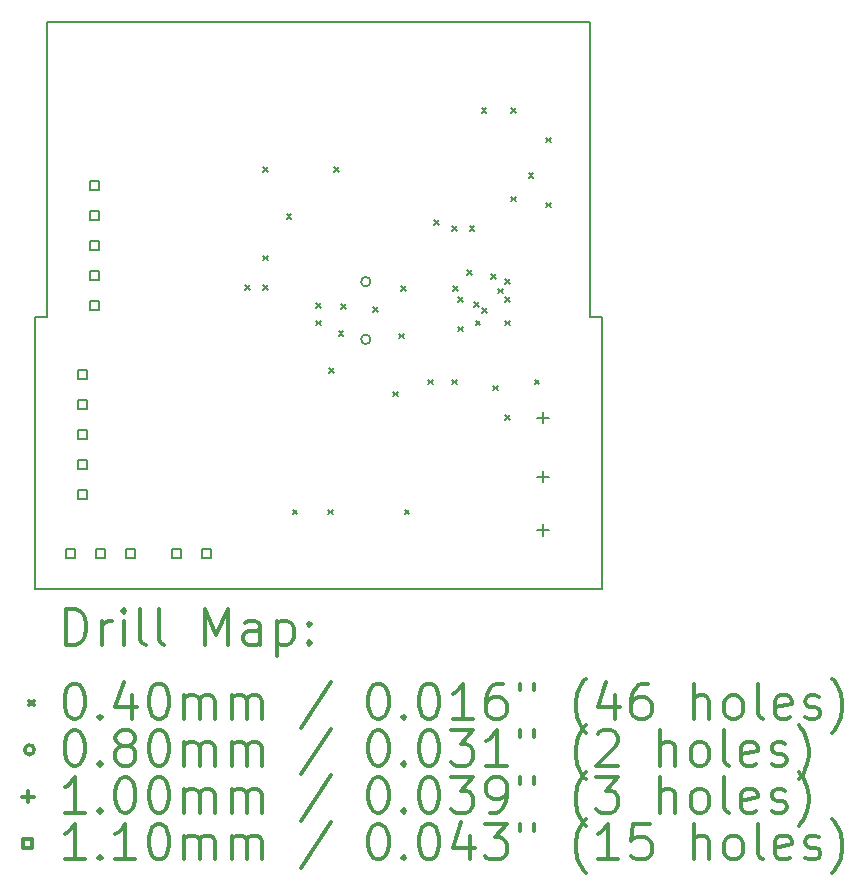
<source format=gbr>
%FSLAX45Y45*%
G04 Gerber Fmt 4.5, Leading zero omitted, Abs format (unit mm)*
G04 Created by KiCad (PCBNEW 4.0.2-stable) date 2/24/2017 09:05:41*
%MOMM*%
G01*
G04 APERTURE LIST*
%ADD10C,0.127000*%
%ADD11C,0.150000*%
%ADD12C,0.200000*%
%ADD13C,0.300000*%
G04 APERTURE END LIST*
D10*
D11*
X23900000Y-2500000D02*
X19300000Y-2500000D01*
X24000000Y-5000000D02*
X24000000Y-7300000D01*
X23900000Y-5000000D02*
X23900000Y-2500000D01*
X24000000Y-5000000D02*
X23900000Y-5000000D01*
X19300000Y-2500000D02*
X19400000Y-2500000D01*
X19300000Y-5000000D02*
X19300000Y-2500000D01*
X19200000Y-5000000D02*
X19300000Y-5000000D01*
X19200000Y-6000000D02*
X19200000Y-5000000D01*
X19200000Y-7300000D02*
X19200000Y-6000000D01*
X19200000Y-7300000D02*
X24000000Y-7300000D01*
D12*
X20980000Y-4730000D02*
X21020000Y-4770000D01*
X21020000Y-4730000D02*
X20980000Y-4770000D01*
X21130000Y-3730000D02*
X21170000Y-3770000D01*
X21170000Y-3730000D02*
X21130000Y-3770000D01*
X21130000Y-4480000D02*
X21170000Y-4520000D01*
X21170000Y-4480000D02*
X21130000Y-4520000D01*
X21130000Y-4730000D02*
X21170000Y-4770000D01*
X21170000Y-4730000D02*
X21130000Y-4770000D01*
X21330000Y-4130000D02*
X21370000Y-4170000D01*
X21370000Y-4130000D02*
X21330000Y-4170000D01*
X21380000Y-6630000D02*
X21420000Y-6670000D01*
X21420000Y-6630000D02*
X21380000Y-6670000D01*
X21580000Y-4880000D02*
X21620000Y-4920000D01*
X21620000Y-4880000D02*
X21580000Y-4920000D01*
X21580000Y-5030000D02*
X21620000Y-5070000D01*
X21620000Y-5030000D02*
X21580000Y-5070000D01*
X21680000Y-6630000D02*
X21720000Y-6670000D01*
X21720000Y-6630000D02*
X21680000Y-6670000D01*
X21690000Y-5430000D02*
X21730000Y-5470000D01*
X21730000Y-5430000D02*
X21690000Y-5470000D01*
X21730000Y-3730000D02*
X21770000Y-3770000D01*
X21770000Y-3730000D02*
X21730000Y-3770000D01*
X21770000Y-5120000D02*
X21810000Y-5160000D01*
X21810000Y-5120000D02*
X21770000Y-5160000D01*
X21770000Y-5120000D02*
X21810000Y-5160000D01*
X21810000Y-5120000D02*
X21770000Y-5160000D01*
X21790000Y-4890000D02*
X21830000Y-4930000D01*
X21830000Y-4890000D02*
X21790000Y-4930000D01*
X21790000Y-4890000D02*
X21830000Y-4930000D01*
X21830000Y-4890000D02*
X21790000Y-4930000D01*
X22064499Y-4914499D02*
X22104499Y-4954499D01*
X22104499Y-4914499D02*
X22064499Y-4954499D01*
X22230000Y-5630000D02*
X22270000Y-5670000D01*
X22270000Y-5630000D02*
X22230000Y-5670000D01*
X22280000Y-5140000D02*
X22320000Y-5180000D01*
X22320000Y-5140000D02*
X22280000Y-5180000D01*
X22300000Y-4740000D02*
X22340000Y-4780000D01*
X22340000Y-4740000D02*
X22300000Y-4780000D01*
X22330000Y-6630000D02*
X22370000Y-6670000D01*
X22370000Y-6630000D02*
X22330000Y-6670000D01*
X22530000Y-5530000D02*
X22570000Y-5570000D01*
X22570000Y-5530000D02*
X22530000Y-5570000D01*
X22580000Y-4180000D02*
X22620000Y-4220000D01*
X22620000Y-4180000D02*
X22580000Y-4220000D01*
X22730000Y-4230000D02*
X22770000Y-4270000D01*
X22770000Y-4230000D02*
X22730000Y-4270000D01*
X22730000Y-5530000D02*
X22770000Y-5570000D01*
X22770000Y-5530000D02*
X22730000Y-5570000D01*
X22740000Y-4740000D02*
X22780000Y-4780000D01*
X22780000Y-4740000D02*
X22740000Y-4780000D01*
X22780000Y-5080000D02*
X22820000Y-5120000D01*
X22820000Y-5080000D02*
X22780000Y-5120000D01*
X22781059Y-4829123D02*
X22821059Y-4869123D01*
X22821059Y-4829123D02*
X22781059Y-4869123D01*
X22860000Y-4600000D02*
X22900000Y-4640000D01*
X22900000Y-4600000D02*
X22860000Y-4640000D01*
X22880000Y-4230000D02*
X22920000Y-4270000D01*
X22920000Y-4230000D02*
X22880000Y-4270000D01*
X22918731Y-4875003D02*
X22958731Y-4915003D01*
X22958731Y-4875003D02*
X22918731Y-4915003D01*
X22930000Y-5030000D02*
X22970000Y-5070000D01*
X22970000Y-5030000D02*
X22930000Y-5070000D01*
X22980000Y-3230000D02*
X23020000Y-3270000D01*
X23020000Y-3230000D02*
X22980000Y-3270000D01*
X22983167Y-4922418D02*
X23023167Y-4962418D01*
X23023167Y-4922418D02*
X22983167Y-4962418D01*
X23063901Y-4633902D02*
X23103901Y-4673902D01*
X23103901Y-4633902D02*
X23063901Y-4673902D01*
X23080000Y-5580000D02*
X23120000Y-5620000D01*
X23120000Y-5580000D02*
X23080000Y-5620000D01*
X23120000Y-4760000D02*
X23160000Y-4800000D01*
X23160000Y-4760000D02*
X23120000Y-4800000D01*
X23179998Y-4830002D02*
X23219998Y-4870002D01*
X23219998Y-4830002D02*
X23179998Y-4870002D01*
X23180000Y-4680000D02*
X23220000Y-4720000D01*
X23220000Y-4680000D02*
X23180000Y-4720000D01*
X23180000Y-5030000D02*
X23220000Y-5070000D01*
X23220000Y-5030000D02*
X23180000Y-5070000D01*
X23180000Y-5830000D02*
X23220000Y-5870000D01*
X23220000Y-5830000D02*
X23180000Y-5870000D01*
X23230000Y-3230000D02*
X23270000Y-3270000D01*
X23270000Y-3230000D02*
X23230000Y-3270000D01*
X23230000Y-3980000D02*
X23270000Y-4020000D01*
X23270000Y-3980000D02*
X23230000Y-4020000D01*
X23380000Y-3780000D02*
X23420000Y-3820000D01*
X23420000Y-3780000D02*
X23380000Y-3820000D01*
X23430000Y-5530000D02*
X23470000Y-5570000D01*
X23470000Y-5530000D02*
X23430000Y-5570000D01*
X23530000Y-3480000D02*
X23570000Y-3520000D01*
X23570000Y-3480000D02*
X23530000Y-3520000D01*
X23530000Y-4030000D02*
X23570000Y-4070000D01*
X23570000Y-4030000D02*
X23530000Y-4070000D01*
X22040000Y-4700000D02*
G75*
G03X22040000Y-4700000I-40000J0D01*
G01*
X22040000Y-5188000D02*
G75*
G03X22040000Y-5188000I-40000J0D01*
G01*
X23500000Y-5799962D02*
X23500000Y-5900038D01*
X23449962Y-5850000D02*
X23550038Y-5850000D01*
X23500000Y-6299962D02*
X23500000Y-6400038D01*
X23449962Y-6350000D02*
X23550038Y-6350000D01*
X23500000Y-6749962D02*
X23500000Y-6850038D01*
X23449962Y-6800000D02*
X23550038Y-6800000D01*
X19538795Y-7038795D02*
X19538795Y-6961205D01*
X19461205Y-6961205D01*
X19461205Y-7038795D01*
X19538795Y-7038795D01*
X19638795Y-5522795D02*
X19638795Y-5445205D01*
X19561205Y-5445205D01*
X19561205Y-5522795D01*
X19638795Y-5522795D01*
X19638795Y-5776795D02*
X19638795Y-5699205D01*
X19561205Y-5699205D01*
X19561205Y-5776795D01*
X19638795Y-5776795D01*
X19638795Y-6030795D02*
X19638795Y-5953205D01*
X19561205Y-5953205D01*
X19561205Y-6030795D01*
X19638795Y-6030795D01*
X19638795Y-6284795D02*
X19638795Y-6207205D01*
X19561205Y-6207205D01*
X19561205Y-6284795D01*
X19638795Y-6284795D01*
X19638795Y-6538795D02*
X19638795Y-6461205D01*
X19561205Y-6461205D01*
X19561205Y-6538795D01*
X19638795Y-6538795D01*
X19738795Y-3922795D02*
X19738795Y-3845205D01*
X19661205Y-3845205D01*
X19661205Y-3922795D01*
X19738795Y-3922795D01*
X19738795Y-4176795D02*
X19738795Y-4099205D01*
X19661205Y-4099205D01*
X19661205Y-4176795D01*
X19738795Y-4176795D01*
X19738795Y-4430795D02*
X19738795Y-4353205D01*
X19661205Y-4353205D01*
X19661205Y-4430795D01*
X19738795Y-4430795D01*
X19738795Y-4684795D02*
X19738795Y-4607205D01*
X19661205Y-4607205D01*
X19661205Y-4684795D01*
X19738795Y-4684795D01*
X19738795Y-4938795D02*
X19738795Y-4861205D01*
X19661205Y-4861205D01*
X19661205Y-4938795D01*
X19738795Y-4938795D01*
X19792795Y-7038795D02*
X19792795Y-6961205D01*
X19715205Y-6961205D01*
X19715205Y-7038795D01*
X19792795Y-7038795D01*
X20046795Y-7038795D02*
X20046795Y-6961205D01*
X19969205Y-6961205D01*
X19969205Y-7038795D01*
X20046795Y-7038795D01*
X20438795Y-7038795D02*
X20438795Y-6961205D01*
X20361205Y-6961205D01*
X20361205Y-7038795D01*
X20438795Y-7038795D01*
X20692795Y-7038795D02*
X20692795Y-6961205D01*
X20615205Y-6961205D01*
X20615205Y-7038795D01*
X20692795Y-7038795D01*
D13*
X19463929Y-7773214D02*
X19463929Y-7473214D01*
X19535357Y-7473214D01*
X19578214Y-7487500D01*
X19606786Y-7516071D01*
X19621071Y-7544643D01*
X19635357Y-7601786D01*
X19635357Y-7644643D01*
X19621071Y-7701786D01*
X19606786Y-7730357D01*
X19578214Y-7758929D01*
X19535357Y-7773214D01*
X19463929Y-7773214D01*
X19763929Y-7773214D02*
X19763929Y-7573214D01*
X19763929Y-7630357D02*
X19778214Y-7601786D01*
X19792500Y-7587500D01*
X19821071Y-7573214D01*
X19849643Y-7573214D01*
X19949643Y-7773214D02*
X19949643Y-7573214D01*
X19949643Y-7473214D02*
X19935357Y-7487500D01*
X19949643Y-7501786D01*
X19963929Y-7487500D01*
X19949643Y-7473214D01*
X19949643Y-7501786D01*
X20135357Y-7773214D02*
X20106786Y-7758929D01*
X20092500Y-7730357D01*
X20092500Y-7473214D01*
X20292500Y-7773214D02*
X20263929Y-7758929D01*
X20249643Y-7730357D01*
X20249643Y-7473214D01*
X20635357Y-7773214D02*
X20635357Y-7473214D01*
X20735357Y-7687500D01*
X20835357Y-7473214D01*
X20835357Y-7773214D01*
X21106786Y-7773214D02*
X21106786Y-7616071D01*
X21092500Y-7587500D01*
X21063929Y-7573214D01*
X21006786Y-7573214D01*
X20978214Y-7587500D01*
X21106786Y-7758929D02*
X21078214Y-7773214D01*
X21006786Y-7773214D01*
X20978214Y-7758929D01*
X20963929Y-7730357D01*
X20963929Y-7701786D01*
X20978214Y-7673214D01*
X21006786Y-7658929D01*
X21078214Y-7658929D01*
X21106786Y-7644643D01*
X21249643Y-7573214D02*
X21249643Y-7873214D01*
X21249643Y-7587500D02*
X21278214Y-7573214D01*
X21335357Y-7573214D01*
X21363929Y-7587500D01*
X21378214Y-7601786D01*
X21392500Y-7630357D01*
X21392500Y-7716071D01*
X21378214Y-7744643D01*
X21363929Y-7758929D01*
X21335357Y-7773214D01*
X21278214Y-7773214D01*
X21249643Y-7758929D01*
X21521071Y-7744643D02*
X21535357Y-7758929D01*
X21521071Y-7773214D01*
X21506786Y-7758929D01*
X21521071Y-7744643D01*
X21521071Y-7773214D01*
X21521071Y-7587500D02*
X21535357Y-7601786D01*
X21521071Y-7616071D01*
X21506786Y-7601786D01*
X21521071Y-7587500D01*
X21521071Y-7616071D01*
X19152500Y-8247500D02*
X19192500Y-8287500D01*
X19192500Y-8247500D02*
X19152500Y-8287500D01*
X19521071Y-8103214D02*
X19549643Y-8103214D01*
X19578214Y-8117500D01*
X19592500Y-8131786D01*
X19606786Y-8160357D01*
X19621071Y-8217500D01*
X19621071Y-8288929D01*
X19606786Y-8346071D01*
X19592500Y-8374643D01*
X19578214Y-8388929D01*
X19549643Y-8403214D01*
X19521071Y-8403214D01*
X19492500Y-8388929D01*
X19478214Y-8374643D01*
X19463929Y-8346071D01*
X19449643Y-8288929D01*
X19449643Y-8217500D01*
X19463929Y-8160357D01*
X19478214Y-8131786D01*
X19492500Y-8117500D01*
X19521071Y-8103214D01*
X19749643Y-8374643D02*
X19763929Y-8388929D01*
X19749643Y-8403214D01*
X19735357Y-8388929D01*
X19749643Y-8374643D01*
X19749643Y-8403214D01*
X20021071Y-8203214D02*
X20021071Y-8403214D01*
X19949643Y-8088929D02*
X19878214Y-8303214D01*
X20063928Y-8303214D01*
X20235357Y-8103214D02*
X20263929Y-8103214D01*
X20292500Y-8117500D01*
X20306786Y-8131786D01*
X20321071Y-8160357D01*
X20335357Y-8217500D01*
X20335357Y-8288929D01*
X20321071Y-8346071D01*
X20306786Y-8374643D01*
X20292500Y-8388929D01*
X20263929Y-8403214D01*
X20235357Y-8403214D01*
X20206786Y-8388929D01*
X20192500Y-8374643D01*
X20178214Y-8346071D01*
X20163929Y-8288929D01*
X20163929Y-8217500D01*
X20178214Y-8160357D01*
X20192500Y-8131786D01*
X20206786Y-8117500D01*
X20235357Y-8103214D01*
X20463929Y-8403214D02*
X20463929Y-8203214D01*
X20463929Y-8231786D02*
X20478214Y-8217500D01*
X20506786Y-8203214D01*
X20549643Y-8203214D01*
X20578214Y-8217500D01*
X20592500Y-8246071D01*
X20592500Y-8403214D01*
X20592500Y-8246071D02*
X20606786Y-8217500D01*
X20635357Y-8203214D01*
X20678214Y-8203214D01*
X20706786Y-8217500D01*
X20721071Y-8246071D01*
X20721071Y-8403214D01*
X20863929Y-8403214D02*
X20863929Y-8203214D01*
X20863929Y-8231786D02*
X20878214Y-8217500D01*
X20906786Y-8203214D01*
X20949643Y-8203214D01*
X20978214Y-8217500D01*
X20992500Y-8246071D01*
X20992500Y-8403214D01*
X20992500Y-8246071D02*
X21006786Y-8217500D01*
X21035357Y-8203214D01*
X21078214Y-8203214D01*
X21106786Y-8217500D01*
X21121071Y-8246071D01*
X21121071Y-8403214D01*
X21706786Y-8088929D02*
X21449643Y-8474643D01*
X22092500Y-8103214D02*
X22121071Y-8103214D01*
X22149643Y-8117500D01*
X22163928Y-8131786D01*
X22178214Y-8160357D01*
X22192500Y-8217500D01*
X22192500Y-8288929D01*
X22178214Y-8346071D01*
X22163928Y-8374643D01*
X22149643Y-8388929D01*
X22121071Y-8403214D01*
X22092500Y-8403214D01*
X22063928Y-8388929D01*
X22049643Y-8374643D01*
X22035357Y-8346071D01*
X22021071Y-8288929D01*
X22021071Y-8217500D01*
X22035357Y-8160357D01*
X22049643Y-8131786D01*
X22063928Y-8117500D01*
X22092500Y-8103214D01*
X22321071Y-8374643D02*
X22335357Y-8388929D01*
X22321071Y-8403214D01*
X22306786Y-8388929D01*
X22321071Y-8374643D01*
X22321071Y-8403214D01*
X22521071Y-8103214D02*
X22549643Y-8103214D01*
X22578214Y-8117500D01*
X22592500Y-8131786D01*
X22606785Y-8160357D01*
X22621071Y-8217500D01*
X22621071Y-8288929D01*
X22606785Y-8346071D01*
X22592500Y-8374643D01*
X22578214Y-8388929D01*
X22549643Y-8403214D01*
X22521071Y-8403214D01*
X22492500Y-8388929D01*
X22478214Y-8374643D01*
X22463928Y-8346071D01*
X22449643Y-8288929D01*
X22449643Y-8217500D01*
X22463928Y-8160357D01*
X22478214Y-8131786D01*
X22492500Y-8117500D01*
X22521071Y-8103214D01*
X22906785Y-8403214D02*
X22735357Y-8403214D01*
X22821071Y-8403214D02*
X22821071Y-8103214D01*
X22792500Y-8146071D01*
X22763928Y-8174643D01*
X22735357Y-8188929D01*
X23163928Y-8103214D02*
X23106785Y-8103214D01*
X23078214Y-8117500D01*
X23063928Y-8131786D01*
X23035357Y-8174643D01*
X23021071Y-8231786D01*
X23021071Y-8346071D01*
X23035357Y-8374643D01*
X23049643Y-8388929D01*
X23078214Y-8403214D01*
X23135357Y-8403214D01*
X23163928Y-8388929D01*
X23178214Y-8374643D01*
X23192500Y-8346071D01*
X23192500Y-8274643D01*
X23178214Y-8246071D01*
X23163928Y-8231786D01*
X23135357Y-8217500D01*
X23078214Y-8217500D01*
X23049643Y-8231786D01*
X23035357Y-8246071D01*
X23021071Y-8274643D01*
X23306786Y-8103214D02*
X23306786Y-8160357D01*
X23421071Y-8103214D02*
X23421071Y-8160357D01*
X23863928Y-8517500D02*
X23849643Y-8503214D01*
X23821071Y-8460357D01*
X23806785Y-8431786D01*
X23792500Y-8388929D01*
X23778214Y-8317500D01*
X23778214Y-8260357D01*
X23792500Y-8188929D01*
X23806785Y-8146071D01*
X23821071Y-8117500D01*
X23849643Y-8074643D01*
X23863928Y-8060357D01*
X24106785Y-8203214D02*
X24106785Y-8403214D01*
X24035357Y-8088929D02*
X23963928Y-8303214D01*
X24149643Y-8303214D01*
X24392500Y-8103214D02*
X24335357Y-8103214D01*
X24306785Y-8117500D01*
X24292500Y-8131786D01*
X24263928Y-8174643D01*
X24249643Y-8231786D01*
X24249643Y-8346071D01*
X24263928Y-8374643D01*
X24278214Y-8388929D01*
X24306785Y-8403214D01*
X24363928Y-8403214D01*
X24392500Y-8388929D01*
X24406785Y-8374643D01*
X24421071Y-8346071D01*
X24421071Y-8274643D01*
X24406785Y-8246071D01*
X24392500Y-8231786D01*
X24363928Y-8217500D01*
X24306785Y-8217500D01*
X24278214Y-8231786D01*
X24263928Y-8246071D01*
X24249643Y-8274643D01*
X24778214Y-8403214D02*
X24778214Y-8103214D01*
X24906785Y-8403214D02*
X24906785Y-8246071D01*
X24892500Y-8217500D01*
X24863928Y-8203214D01*
X24821071Y-8203214D01*
X24792500Y-8217500D01*
X24778214Y-8231786D01*
X25092500Y-8403214D02*
X25063928Y-8388929D01*
X25049643Y-8374643D01*
X25035357Y-8346071D01*
X25035357Y-8260357D01*
X25049643Y-8231786D01*
X25063928Y-8217500D01*
X25092500Y-8203214D01*
X25135357Y-8203214D01*
X25163928Y-8217500D01*
X25178214Y-8231786D01*
X25192500Y-8260357D01*
X25192500Y-8346071D01*
X25178214Y-8374643D01*
X25163928Y-8388929D01*
X25135357Y-8403214D01*
X25092500Y-8403214D01*
X25363928Y-8403214D02*
X25335357Y-8388929D01*
X25321071Y-8360357D01*
X25321071Y-8103214D01*
X25592500Y-8388929D02*
X25563928Y-8403214D01*
X25506786Y-8403214D01*
X25478214Y-8388929D01*
X25463928Y-8360357D01*
X25463928Y-8246071D01*
X25478214Y-8217500D01*
X25506786Y-8203214D01*
X25563928Y-8203214D01*
X25592500Y-8217500D01*
X25606786Y-8246071D01*
X25606786Y-8274643D01*
X25463928Y-8303214D01*
X25721071Y-8388929D02*
X25749643Y-8403214D01*
X25806786Y-8403214D01*
X25835357Y-8388929D01*
X25849643Y-8360357D01*
X25849643Y-8346071D01*
X25835357Y-8317500D01*
X25806786Y-8303214D01*
X25763928Y-8303214D01*
X25735357Y-8288929D01*
X25721071Y-8260357D01*
X25721071Y-8246071D01*
X25735357Y-8217500D01*
X25763928Y-8203214D01*
X25806786Y-8203214D01*
X25835357Y-8217500D01*
X25949643Y-8517500D02*
X25963928Y-8503214D01*
X25992500Y-8460357D01*
X26006786Y-8431786D01*
X26021071Y-8388929D01*
X26035357Y-8317500D01*
X26035357Y-8260357D01*
X26021071Y-8188929D01*
X26006786Y-8146071D01*
X25992500Y-8117500D01*
X25963928Y-8074643D01*
X25949643Y-8060357D01*
X19192500Y-8663500D02*
G75*
G03X19192500Y-8663500I-40000J0D01*
G01*
X19521071Y-8499214D02*
X19549643Y-8499214D01*
X19578214Y-8513500D01*
X19592500Y-8527786D01*
X19606786Y-8556357D01*
X19621071Y-8613500D01*
X19621071Y-8684929D01*
X19606786Y-8742072D01*
X19592500Y-8770643D01*
X19578214Y-8784929D01*
X19549643Y-8799214D01*
X19521071Y-8799214D01*
X19492500Y-8784929D01*
X19478214Y-8770643D01*
X19463929Y-8742072D01*
X19449643Y-8684929D01*
X19449643Y-8613500D01*
X19463929Y-8556357D01*
X19478214Y-8527786D01*
X19492500Y-8513500D01*
X19521071Y-8499214D01*
X19749643Y-8770643D02*
X19763929Y-8784929D01*
X19749643Y-8799214D01*
X19735357Y-8784929D01*
X19749643Y-8770643D01*
X19749643Y-8799214D01*
X19935357Y-8627786D02*
X19906786Y-8613500D01*
X19892500Y-8599214D01*
X19878214Y-8570643D01*
X19878214Y-8556357D01*
X19892500Y-8527786D01*
X19906786Y-8513500D01*
X19935357Y-8499214D01*
X19992500Y-8499214D01*
X20021071Y-8513500D01*
X20035357Y-8527786D01*
X20049643Y-8556357D01*
X20049643Y-8570643D01*
X20035357Y-8599214D01*
X20021071Y-8613500D01*
X19992500Y-8627786D01*
X19935357Y-8627786D01*
X19906786Y-8642072D01*
X19892500Y-8656357D01*
X19878214Y-8684929D01*
X19878214Y-8742072D01*
X19892500Y-8770643D01*
X19906786Y-8784929D01*
X19935357Y-8799214D01*
X19992500Y-8799214D01*
X20021071Y-8784929D01*
X20035357Y-8770643D01*
X20049643Y-8742072D01*
X20049643Y-8684929D01*
X20035357Y-8656357D01*
X20021071Y-8642072D01*
X19992500Y-8627786D01*
X20235357Y-8499214D02*
X20263929Y-8499214D01*
X20292500Y-8513500D01*
X20306786Y-8527786D01*
X20321071Y-8556357D01*
X20335357Y-8613500D01*
X20335357Y-8684929D01*
X20321071Y-8742072D01*
X20306786Y-8770643D01*
X20292500Y-8784929D01*
X20263929Y-8799214D01*
X20235357Y-8799214D01*
X20206786Y-8784929D01*
X20192500Y-8770643D01*
X20178214Y-8742072D01*
X20163929Y-8684929D01*
X20163929Y-8613500D01*
X20178214Y-8556357D01*
X20192500Y-8527786D01*
X20206786Y-8513500D01*
X20235357Y-8499214D01*
X20463929Y-8799214D02*
X20463929Y-8599214D01*
X20463929Y-8627786D02*
X20478214Y-8613500D01*
X20506786Y-8599214D01*
X20549643Y-8599214D01*
X20578214Y-8613500D01*
X20592500Y-8642072D01*
X20592500Y-8799214D01*
X20592500Y-8642072D02*
X20606786Y-8613500D01*
X20635357Y-8599214D01*
X20678214Y-8599214D01*
X20706786Y-8613500D01*
X20721071Y-8642072D01*
X20721071Y-8799214D01*
X20863929Y-8799214D02*
X20863929Y-8599214D01*
X20863929Y-8627786D02*
X20878214Y-8613500D01*
X20906786Y-8599214D01*
X20949643Y-8599214D01*
X20978214Y-8613500D01*
X20992500Y-8642072D01*
X20992500Y-8799214D01*
X20992500Y-8642072D02*
X21006786Y-8613500D01*
X21035357Y-8599214D01*
X21078214Y-8599214D01*
X21106786Y-8613500D01*
X21121071Y-8642072D01*
X21121071Y-8799214D01*
X21706786Y-8484929D02*
X21449643Y-8870643D01*
X22092500Y-8499214D02*
X22121071Y-8499214D01*
X22149643Y-8513500D01*
X22163928Y-8527786D01*
X22178214Y-8556357D01*
X22192500Y-8613500D01*
X22192500Y-8684929D01*
X22178214Y-8742072D01*
X22163928Y-8770643D01*
X22149643Y-8784929D01*
X22121071Y-8799214D01*
X22092500Y-8799214D01*
X22063928Y-8784929D01*
X22049643Y-8770643D01*
X22035357Y-8742072D01*
X22021071Y-8684929D01*
X22021071Y-8613500D01*
X22035357Y-8556357D01*
X22049643Y-8527786D01*
X22063928Y-8513500D01*
X22092500Y-8499214D01*
X22321071Y-8770643D02*
X22335357Y-8784929D01*
X22321071Y-8799214D01*
X22306786Y-8784929D01*
X22321071Y-8770643D01*
X22321071Y-8799214D01*
X22521071Y-8499214D02*
X22549643Y-8499214D01*
X22578214Y-8513500D01*
X22592500Y-8527786D01*
X22606785Y-8556357D01*
X22621071Y-8613500D01*
X22621071Y-8684929D01*
X22606785Y-8742072D01*
X22592500Y-8770643D01*
X22578214Y-8784929D01*
X22549643Y-8799214D01*
X22521071Y-8799214D01*
X22492500Y-8784929D01*
X22478214Y-8770643D01*
X22463928Y-8742072D01*
X22449643Y-8684929D01*
X22449643Y-8613500D01*
X22463928Y-8556357D01*
X22478214Y-8527786D01*
X22492500Y-8513500D01*
X22521071Y-8499214D01*
X22721071Y-8499214D02*
X22906785Y-8499214D01*
X22806785Y-8613500D01*
X22849643Y-8613500D01*
X22878214Y-8627786D01*
X22892500Y-8642072D01*
X22906785Y-8670643D01*
X22906785Y-8742072D01*
X22892500Y-8770643D01*
X22878214Y-8784929D01*
X22849643Y-8799214D01*
X22763928Y-8799214D01*
X22735357Y-8784929D01*
X22721071Y-8770643D01*
X23192500Y-8799214D02*
X23021071Y-8799214D01*
X23106785Y-8799214D02*
X23106785Y-8499214D01*
X23078214Y-8542072D01*
X23049643Y-8570643D01*
X23021071Y-8584929D01*
X23306786Y-8499214D02*
X23306786Y-8556357D01*
X23421071Y-8499214D02*
X23421071Y-8556357D01*
X23863928Y-8913500D02*
X23849643Y-8899214D01*
X23821071Y-8856357D01*
X23806785Y-8827786D01*
X23792500Y-8784929D01*
X23778214Y-8713500D01*
X23778214Y-8656357D01*
X23792500Y-8584929D01*
X23806785Y-8542072D01*
X23821071Y-8513500D01*
X23849643Y-8470643D01*
X23863928Y-8456357D01*
X23963928Y-8527786D02*
X23978214Y-8513500D01*
X24006785Y-8499214D01*
X24078214Y-8499214D01*
X24106785Y-8513500D01*
X24121071Y-8527786D01*
X24135357Y-8556357D01*
X24135357Y-8584929D01*
X24121071Y-8627786D01*
X23949643Y-8799214D01*
X24135357Y-8799214D01*
X24492500Y-8799214D02*
X24492500Y-8499214D01*
X24621071Y-8799214D02*
X24621071Y-8642072D01*
X24606785Y-8613500D01*
X24578214Y-8599214D01*
X24535357Y-8599214D01*
X24506785Y-8613500D01*
X24492500Y-8627786D01*
X24806785Y-8799214D02*
X24778214Y-8784929D01*
X24763928Y-8770643D01*
X24749643Y-8742072D01*
X24749643Y-8656357D01*
X24763928Y-8627786D01*
X24778214Y-8613500D01*
X24806785Y-8599214D01*
X24849643Y-8599214D01*
X24878214Y-8613500D01*
X24892500Y-8627786D01*
X24906785Y-8656357D01*
X24906785Y-8742072D01*
X24892500Y-8770643D01*
X24878214Y-8784929D01*
X24849643Y-8799214D01*
X24806785Y-8799214D01*
X25078214Y-8799214D02*
X25049643Y-8784929D01*
X25035357Y-8756357D01*
X25035357Y-8499214D01*
X25306786Y-8784929D02*
X25278214Y-8799214D01*
X25221071Y-8799214D01*
X25192500Y-8784929D01*
X25178214Y-8756357D01*
X25178214Y-8642072D01*
X25192500Y-8613500D01*
X25221071Y-8599214D01*
X25278214Y-8599214D01*
X25306786Y-8613500D01*
X25321071Y-8642072D01*
X25321071Y-8670643D01*
X25178214Y-8699214D01*
X25435357Y-8784929D02*
X25463928Y-8799214D01*
X25521071Y-8799214D01*
X25549643Y-8784929D01*
X25563928Y-8756357D01*
X25563928Y-8742072D01*
X25549643Y-8713500D01*
X25521071Y-8699214D01*
X25478214Y-8699214D01*
X25449643Y-8684929D01*
X25435357Y-8656357D01*
X25435357Y-8642072D01*
X25449643Y-8613500D01*
X25478214Y-8599214D01*
X25521071Y-8599214D01*
X25549643Y-8613500D01*
X25663928Y-8913500D02*
X25678214Y-8899214D01*
X25706786Y-8856357D01*
X25721071Y-8827786D01*
X25735357Y-8784929D01*
X25749643Y-8713500D01*
X25749643Y-8656357D01*
X25735357Y-8584929D01*
X25721071Y-8542072D01*
X25706786Y-8513500D01*
X25678214Y-8470643D01*
X25663928Y-8456357D01*
X19142462Y-9009462D02*
X19142462Y-9109538D01*
X19092424Y-9059500D02*
X19192500Y-9059500D01*
X19621071Y-9195214D02*
X19449643Y-9195214D01*
X19535357Y-9195214D02*
X19535357Y-8895214D01*
X19506786Y-8938072D01*
X19478214Y-8966643D01*
X19449643Y-8980929D01*
X19749643Y-9166643D02*
X19763929Y-9180929D01*
X19749643Y-9195214D01*
X19735357Y-9180929D01*
X19749643Y-9166643D01*
X19749643Y-9195214D01*
X19949643Y-8895214D02*
X19978214Y-8895214D01*
X20006786Y-8909500D01*
X20021071Y-8923786D01*
X20035357Y-8952357D01*
X20049643Y-9009500D01*
X20049643Y-9080929D01*
X20035357Y-9138072D01*
X20021071Y-9166643D01*
X20006786Y-9180929D01*
X19978214Y-9195214D01*
X19949643Y-9195214D01*
X19921071Y-9180929D01*
X19906786Y-9166643D01*
X19892500Y-9138072D01*
X19878214Y-9080929D01*
X19878214Y-9009500D01*
X19892500Y-8952357D01*
X19906786Y-8923786D01*
X19921071Y-8909500D01*
X19949643Y-8895214D01*
X20235357Y-8895214D02*
X20263929Y-8895214D01*
X20292500Y-8909500D01*
X20306786Y-8923786D01*
X20321071Y-8952357D01*
X20335357Y-9009500D01*
X20335357Y-9080929D01*
X20321071Y-9138072D01*
X20306786Y-9166643D01*
X20292500Y-9180929D01*
X20263929Y-9195214D01*
X20235357Y-9195214D01*
X20206786Y-9180929D01*
X20192500Y-9166643D01*
X20178214Y-9138072D01*
X20163929Y-9080929D01*
X20163929Y-9009500D01*
X20178214Y-8952357D01*
X20192500Y-8923786D01*
X20206786Y-8909500D01*
X20235357Y-8895214D01*
X20463929Y-9195214D02*
X20463929Y-8995214D01*
X20463929Y-9023786D02*
X20478214Y-9009500D01*
X20506786Y-8995214D01*
X20549643Y-8995214D01*
X20578214Y-9009500D01*
X20592500Y-9038072D01*
X20592500Y-9195214D01*
X20592500Y-9038072D02*
X20606786Y-9009500D01*
X20635357Y-8995214D01*
X20678214Y-8995214D01*
X20706786Y-9009500D01*
X20721071Y-9038072D01*
X20721071Y-9195214D01*
X20863929Y-9195214D02*
X20863929Y-8995214D01*
X20863929Y-9023786D02*
X20878214Y-9009500D01*
X20906786Y-8995214D01*
X20949643Y-8995214D01*
X20978214Y-9009500D01*
X20992500Y-9038072D01*
X20992500Y-9195214D01*
X20992500Y-9038072D02*
X21006786Y-9009500D01*
X21035357Y-8995214D01*
X21078214Y-8995214D01*
X21106786Y-9009500D01*
X21121071Y-9038072D01*
X21121071Y-9195214D01*
X21706786Y-8880929D02*
X21449643Y-9266643D01*
X22092500Y-8895214D02*
X22121071Y-8895214D01*
X22149643Y-8909500D01*
X22163928Y-8923786D01*
X22178214Y-8952357D01*
X22192500Y-9009500D01*
X22192500Y-9080929D01*
X22178214Y-9138072D01*
X22163928Y-9166643D01*
X22149643Y-9180929D01*
X22121071Y-9195214D01*
X22092500Y-9195214D01*
X22063928Y-9180929D01*
X22049643Y-9166643D01*
X22035357Y-9138072D01*
X22021071Y-9080929D01*
X22021071Y-9009500D01*
X22035357Y-8952357D01*
X22049643Y-8923786D01*
X22063928Y-8909500D01*
X22092500Y-8895214D01*
X22321071Y-9166643D02*
X22335357Y-9180929D01*
X22321071Y-9195214D01*
X22306786Y-9180929D01*
X22321071Y-9166643D01*
X22321071Y-9195214D01*
X22521071Y-8895214D02*
X22549643Y-8895214D01*
X22578214Y-8909500D01*
X22592500Y-8923786D01*
X22606785Y-8952357D01*
X22621071Y-9009500D01*
X22621071Y-9080929D01*
X22606785Y-9138072D01*
X22592500Y-9166643D01*
X22578214Y-9180929D01*
X22549643Y-9195214D01*
X22521071Y-9195214D01*
X22492500Y-9180929D01*
X22478214Y-9166643D01*
X22463928Y-9138072D01*
X22449643Y-9080929D01*
X22449643Y-9009500D01*
X22463928Y-8952357D01*
X22478214Y-8923786D01*
X22492500Y-8909500D01*
X22521071Y-8895214D01*
X22721071Y-8895214D02*
X22906785Y-8895214D01*
X22806785Y-9009500D01*
X22849643Y-9009500D01*
X22878214Y-9023786D01*
X22892500Y-9038072D01*
X22906785Y-9066643D01*
X22906785Y-9138072D01*
X22892500Y-9166643D01*
X22878214Y-9180929D01*
X22849643Y-9195214D01*
X22763928Y-9195214D01*
X22735357Y-9180929D01*
X22721071Y-9166643D01*
X23049643Y-9195214D02*
X23106785Y-9195214D01*
X23135357Y-9180929D01*
X23149643Y-9166643D01*
X23178214Y-9123786D01*
X23192500Y-9066643D01*
X23192500Y-8952357D01*
X23178214Y-8923786D01*
X23163928Y-8909500D01*
X23135357Y-8895214D01*
X23078214Y-8895214D01*
X23049643Y-8909500D01*
X23035357Y-8923786D01*
X23021071Y-8952357D01*
X23021071Y-9023786D01*
X23035357Y-9052357D01*
X23049643Y-9066643D01*
X23078214Y-9080929D01*
X23135357Y-9080929D01*
X23163928Y-9066643D01*
X23178214Y-9052357D01*
X23192500Y-9023786D01*
X23306786Y-8895214D02*
X23306786Y-8952357D01*
X23421071Y-8895214D02*
X23421071Y-8952357D01*
X23863928Y-9309500D02*
X23849643Y-9295214D01*
X23821071Y-9252357D01*
X23806785Y-9223786D01*
X23792500Y-9180929D01*
X23778214Y-9109500D01*
X23778214Y-9052357D01*
X23792500Y-8980929D01*
X23806785Y-8938072D01*
X23821071Y-8909500D01*
X23849643Y-8866643D01*
X23863928Y-8852357D01*
X23949643Y-8895214D02*
X24135357Y-8895214D01*
X24035357Y-9009500D01*
X24078214Y-9009500D01*
X24106785Y-9023786D01*
X24121071Y-9038072D01*
X24135357Y-9066643D01*
X24135357Y-9138072D01*
X24121071Y-9166643D01*
X24106785Y-9180929D01*
X24078214Y-9195214D01*
X23992500Y-9195214D01*
X23963928Y-9180929D01*
X23949643Y-9166643D01*
X24492500Y-9195214D02*
X24492500Y-8895214D01*
X24621071Y-9195214D02*
X24621071Y-9038072D01*
X24606785Y-9009500D01*
X24578214Y-8995214D01*
X24535357Y-8995214D01*
X24506785Y-9009500D01*
X24492500Y-9023786D01*
X24806785Y-9195214D02*
X24778214Y-9180929D01*
X24763928Y-9166643D01*
X24749643Y-9138072D01*
X24749643Y-9052357D01*
X24763928Y-9023786D01*
X24778214Y-9009500D01*
X24806785Y-8995214D01*
X24849643Y-8995214D01*
X24878214Y-9009500D01*
X24892500Y-9023786D01*
X24906785Y-9052357D01*
X24906785Y-9138072D01*
X24892500Y-9166643D01*
X24878214Y-9180929D01*
X24849643Y-9195214D01*
X24806785Y-9195214D01*
X25078214Y-9195214D02*
X25049643Y-9180929D01*
X25035357Y-9152357D01*
X25035357Y-8895214D01*
X25306786Y-9180929D02*
X25278214Y-9195214D01*
X25221071Y-9195214D01*
X25192500Y-9180929D01*
X25178214Y-9152357D01*
X25178214Y-9038072D01*
X25192500Y-9009500D01*
X25221071Y-8995214D01*
X25278214Y-8995214D01*
X25306786Y-9009500D01*
X25321071Y-9038072D01*
X25321071Y-9066643D01*
X25178214Y-9095214D01*
X25435357Y-9180929D02*
X25463928Y-9195214D01*
X25521071Y-9195214D01*
X25549643Y-9180929D01*
X25563928Y-9152357D01*
X25563928Y-9138072D01*
X25549643Y-9109500D01*
X25521071Y-9095214D01*
X25478214Y-9095214D01*
X25449643Y-9080929D01*
X25435357Y-9052357D01*
X25435357Y-9038072D01*
X25449643Y-9009500D01*
X25478214Y-8995214D01*
X25521071Y-8995214D01*
X25549643Y-9009500D01*
X25663928Y-9309500D02*
X25678214Y-9295214D01*
X25706786Y-9252357D01*
X25721071Y-9223786D01*
X25735357Y-9180929D01*
X25749643Y-9109500D01*
X25749643Y-9052357D01*
X25735357Y-8980929D01*
X25721071Y-8938072D01*
X25706786Y-8909500D01*
X25678214Y-8866643D01*
X25663928Y-8852357D01*
X19176431Y-9494295D02*
X19176431Y-9416705D01*
X19098841Y-9416705D01*
X19098841Y-9494295D01*
X19176431Y-9494295D01*
X19621071Y-9591214D02*
X19449643Y-9591214D01*
X19535357Y-9591214D02*
X19535357Y-9291214D01*
X19506786Y-9334072D01*
X19478214Y-9362643D01*
X19449643Y-9376929D01*
X19749643Y-9562643D02*
X19763929Y-9576929D01*
X19749643Y-9591214D01*
X19735357Y-9576929D01*
X19749643Y-9562643D01*
X19749643Y-9591214D01*
X20049643Y-9591214D02*
X19878214Y-9591214D01*
X19963928Y-9591214D02*
X19963928Y-9291214D01*
X19935357Y-9334072D01*
X19906786Y-9362643D01*
X19878214Y-9376929D01*
X20235357Y-9291214D02*
X20263929Y-9291214D01*
X20292500Y-9305500D01*
X20306786Y-9319786D01*
X20321071Y-9348357D01*
X20335357Y-9405500D01*
X20335357Y-9476929D01*
X20321071Y-9534072D01*
X20306786Y-9562643D01*
X20292500Y-9576929D01*
X20263929Y-9591214D01*
X20235357Y-9591214D01*
X20206786Y-9576929D01*
X20192500Y-9562643D01*
X20178214Y-9534072D01*
X20163929Y-9476929D01*
X20163929Y-9405500D01*
X20178214Y-9348357D01*
X20192500Y-9319786D01*
X20206786Y-9305500D01*
X20235357Y-9291214D01*
X20463929Y-9591214D02*
X20463929Y-9391214D01*
X20463929Y-9419786D02*
X20478214Y-9405500D01*
X20506786Y-9391214D01*
X20549643Y-9391214D01*
X20578214Y-9405500D01*
X20592500Y-9434072D01*
X20592500Y-9591214D01*
X20592500Y-9434072D02*
X20606786Y-9405500D01*
X20635357Y-9391214D01*
X20678214Y-9391214D01*
X20706786Y-9405500D01*
X20721071Y-9434072D01*
X20721071Y-9591214D01*
X20863929Y-9591214D02*
X20863929Y-9391214D01*
X20863929Y-9419786D02*
X20878214Y-9405500D01*
X20906786Y-9391214D01*
X20949643Y-9391214D01*
X20978214Y-9405500D01*
X20992500Y-9434072D01*
X20992500Y-9591214D01*
X20992500Y-9434072D02*
X21006786Y-9405500D01*
X21035357Y-9391214D01*
X21078214Y-9391214D01*
X21106786Y-9405500D01*
X21121071Y-9434072D01*
X21121071Y-9591214D01*
X21706786Y-9276929D02*
X21449643Y-9662643D01*
X22092500Y-9291214D02*
X22121071Y-9291214D01*
X22149643Y-9305500D01*
X22163928Y-9319786D01*
X22178214Y-9348357D01*
X22192500Y-9405500D01*
X22192500Y-9476929D01*
X22178214Y-9534072D01*
X22163928Y-9562643D01*
X22149643Y-9576929D01*
X22121071Y-9591214D01*
X22092500Y-9591214D01*
X22063928Y-9576929D01*
X22049643Y-9562643D01*
X22035357Y-9534072D01*
X22021071Y-9476929D01*
X22021071Y-9405500D01*
X22035357Y-9348357D01*
X22049643Y-9319786D01*
X22063928Y-9305500D01*
X22092500Y-9291214D01*
X22321071Y-9562643D02*
X22335357Y-9576929D01*
X22321071Y-9591214D01*
X22306786Y-9576929D01*
X22321071Y-9562643D01*
X22321071Y-9591214D01*
X22521071Y-9291214D02*
X22549643Y-9291214D01*
X22578214Y-9305500D01*
X22592500Y-9319786D01*
X22606785Y-9348357D01*
X22621071Y-9405500D01*
X22621071Y-9476929D01*
X22606785Y-9534072D01*
X22592500Y-9562643D01*
X22578214Y-9576929D01*
X22549643Y-9591214D01*
X22521071Y-9591214D01*
X22492500Y-9576929D01*
X22478214Y-9562643D01*
X22463928Y-9534072D01*
X22449643Y-9476929D01*
X22449643Y-9405500D01*
X22463928Y-9348357D01*
X22478214Y-9319786D01*
X22492500Y-9305500D01*
X22521071Y-9291214D01*
X22878214Y-9391214D02*
X22878214Y-9591214D01*
X22806785Y-9276929D02*
X22735357Y-9491214D01*
X22921071Y-9491214D01*
X23006785Y-9291214D02*
X23192500Y-9291214D01*
X23092500Y-9405500D01*
X23135357Y-9405500D01*
X23163928Y-9419786D01*
X23178214Y-9434072D01*
X23192500Y-9462643D01*
X23192500Y-9534072D01*
X23178214Y-9562643D01*
X23163928Y-9576929D01*
X23135357Y-9591214D01*
X23049643Y-9591214D01*
X23021071Y-9576929D01*
X23006785Y-9562643D01*
X23306786Y-9291214D02*
X23306786Y-9348357D01*
X23421071Y-9291214D02*
X23421071Y-9348357D01*
X23863928Y-9705500D02*
X23849643Y-9691214D01*
X23821071Y-9648357D01*
X23806785Y-9619786D01*
X23792500Y-9576929D01*
X23778214Y-9505500D01*
X23778214Y-9448357D01*
X23792500Y-9376929D01*
X23806785Y-9334072D01*
X23821071Y-9305500D01*
X23849643Y-9262643D01*
X23863928Y-9248357D01*
X24135357Y-9591214D02*
X23963928Y-9591214D01*
X24049643Y-9591214D02*
X24049643Y-9291214D01*
X24021071Y-9334072D01*
X23992500Y-9362643D01*
X23963928Y-9376929D01*
X24406785Y-9291214D02*
X24263928Y-9291214D01*
X24249643Y-9434072D01*
X24263928Y-9419786D01*
X24292500Y-9405500D01*
X24363928Y-9405500D01*
X24392500Y-9419786D01*
X24406785Y-9434072D01*
X24421071Y-9462643D01*
X24421071Y-9534072D01*
X24406785Y-9562643D01*
X24392500Y-9576929D01*
X24363928Y-9591214D01*
X24292500Y-9591214D01*
X24263928Y-9576929D01*
X24249643Y-9562643D01*
X24778214Y-9591214D02*
X24778214Y-9291214D01*
X24906785Y-9591214D02*
X24906785Y-9434072D01*
X24892500Y-9405500D01*
X24863928Y-9391214D01*
X24821071Y-9391214D01*
X24792500Y-9405500D01*
X24778214Y-9419786D01*
X25092500Y-9591214D02*
X25063928Y-9576929D01*
X25049643Y-9562643D01*
X25035357Y-9534072D01*
X25035357Y-9448357D01*
X25049643Y-9419786D01*
X25063928Y-9405500D01*
X25092500Y-9391214D01*
X25135357Y-9391214D01*
X25163928Y-9405500D01*
X25178214Y-9419786D01*
X25192500Y-9448357D01*
X25192500Y-9534072D01*
X25178214Y-9562643D01*
X25163928Y-9576929D01*
X25135357Y-9591214D01*
X25092500Y-9591214D01*
X25363928Y-9591214D02*
X25335357Y-9576929D01*
X25321071Y-9548357D01*
X25321071Y-9291214D01*
X25592500Y-9576929D02*
X25563928Y-9591214D01*
X25506786Y-9591214D01*
X25478214Y-9576929D01*
X25463928Y-9548357D01*
X25463928Y-9434072D01*
X25478214Y-9405500D01*
X25506786Y-9391214D01*
X25563928Y-9391214D01*
X25592500Y-9405500D01*
X25606786Y-9434072D01*
X25606786Y-9462643D01*
X25463928Y-9491214D01*
X25721071Y-9576929D02*
X25749643Y-9591214D01*
X25806786Y-9591214D01*
X25835357Y-9576929D01*
X25849643Y-9548357D01*
X25849643Y-9534072D01*
X25835357Y-9505500D01*
X25806786Y-9491214D01*
X25763928Y-9491214D01*
X25735357Y-9476929D01*
X25721071Y-9448357D01*
X25721071Y-9434072D01*
X25735357Y-9405500D01*
X25763928Y-9391214D01*
X25806786Y-9391214D01*
X25835357Y-9405500D01*
X25949643Y-9705500D02*
X25963928Y-9691214D01*
X25992500Y-9648357D01*
X26006786Y-9619786D01*
X26021071Y-9576929D01*
X26035357Y-9505500D01*
X26035357Y-9448357D01*
X26021071Y-9376929D01*
X26006786Y-9334072D01*
X25992500Y-9305500D01*
X25963928Y-9262643D01*
X25949643Y-9248357D01*
M02*

</source>
